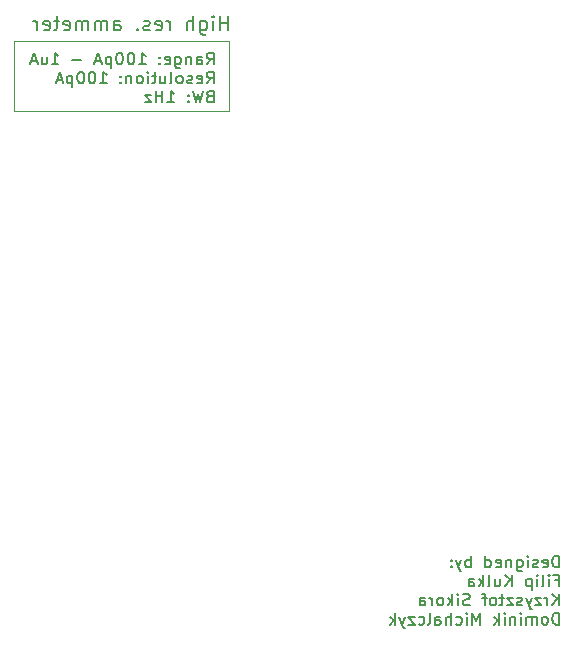
<source format=gbr>
%TF.GenerationSoftware,KiCad,Pcbnew,9.0.2*%
%TF.CreationDate,2025-11-12T20:00:32+01:00*%
%TF.ProjectId,precise_ammeter,70726563-6973-4655-9f61-6d6d65746572,rev?*%
%TF.SameCoordinates,Original*%
%TF.FileFunction,Legend,Bot*%
%TF.FilePolarity,Positive*%
%FSLAX46Y46*%
G04 Gerber Fmt 4.6, Leading zero omitted, Abs format (unit mm)*
G04 Created by KiCad (PCBNEW 9.0.2) date 2025-11-12 20:00:32*
%MOMM*%
%LPD*%
G01*
G04 APERTURE LIST*
%ADD10C,0.200000*%
%ADD11C,0.100000*%
G04 APERTURE END LIST*
D10*
X195982707Y-75142742D02*
X195982707Y-73942742D01*
X195982707Y-74514171D02*
X195296993Y-74514171D01*
X195296993Y-75142742D02*
X195296993Y-73942742D01*
X194725564Y-75142742D02*
X194725564Y-74342742D01*
X194725564Y-73942742D02*
X194782707Y-73999885D01*
X194782707Y-73999885D02*
X194725564Y-74057028D01*
X194725564Y-74057028D02*
X194668421Y-73999885D01*
X194668421Y-73999885D02*
X194725564Y-73942742D01*
X194725564Y-73942742D02*
X194725564Y-74057028D01*
X193639850Y-74342742D02*
X193639850Y-75314171D01*
X193639850Y-75314171D02*
X193696992Y-75428457D01*
X193696992Y-75428457D02*
X193754135Y-75485600D01*
X193754135Y-75485600D02*
X193868421Y-75542742D01*
X193868421Y-75542742D02*
X194039850Y-75542742D01*
X194039850Y-75542742D02*
X194154135Y-75485600D01*
X193639850Y-75085600D02*
X193754135Y-75142742D01*
X193754135Y-75142742D02*
X193982707Y-75142742D01*
X193982707Y-75142742D02*
X194096992Y-75085600D01*
X194096992Y-75085600D02*
X194154135Y-75028457D01*
X194154135Y-75028457D02*
X194211278Y-74914171D01*
X194211278Y-74914171D02*
X194211278Y-74571314D01*
X194211278Y-74571314D02*
X194154135Y-74457028D01*
X194154135Y-74457028D02*
X194096992Y-74399885D01*
X194096992Y-74399885D02*
X193982707Y-74342742D01*
X193982707Y-74342742D02*
X193754135Y-74342742D01*
X193754135Y-74342742D02*
X193639850Y-74399885D01*
X193068421Y-75142742D02*
X193068421Y-73942742D01*
X192554136Y-75142742D02*
X192554136Y-74514171D01*
X192554136Y-74514171D02*
X192611278Y-74399885D01*
X192611278Y-74399885D02*
X192725564Y-74342742D01*
X192725564Y-74342742D02*
X192896993Y-74342742D01*
X192896993Y-74342742D02*
X193011278Y-74399885D01*
X193011278Y-74399885D02*
X193068421Y-74457028D01*
X191068421Y-75142742D02*
X191068421Y-74342742D01*
X191068421Y-74571314D02*
X191011278Y-74457028D01*
X191011278Y-74457028D02*
X190954136Y-74399885D01*
X190954136Y-74399885D02*
X190839850Y-74342742D01*
X190839850Y-74342742D02*
X190725564Y-74342742D01*
X189868421Y-75085600D02*
X189982707Y-75142742D01*
X189982707Y-75142742D02*
X190211279Y-75142742D01*
X190211279Y-75142742D02*
X190325564Y-75085600D01*
X190325564Y-75085600D02*
X190382707Y-74971314D01*
X190382707Y-74971314D02*
X190382707Y-74514171D01*
X190382707Y-74514171D02*
X190325564Y-74399885D01*
X190325564Y-74399885D02*
X190211279Y-74342742D01*
X190211279Y-74342742D02*
X189982707Y-74342742D01*
X189982707Y-74342742D02*
X189868421Y-74399885D01*
X189868421Y-74399885D02*
X189811279Y-74514171D01*
X189811279Y-74514171D02*
X189811279Y-74628457D01*
X189811279Y-74628457D02*
X190382707Y-74742742D01*
X189354136Y-75085600D02*
X189239850Y-75142742D01*
X189239850Y-75142742D02*
X189011279Y-75142742D01*
X189011279Y-75142742D02*
X188896993Y-75085600D01*
X188896993Y-75085600D02*
X188839850Y-74971314D01*
X188839850Y-74971314D02*
X188839850Y-74914171D01*
X188839850Y-74914171D02*
X188896993Y-74799885D01*
X188896993Y-74799885D02*
X189011279Y-74742742D01*
X189011279Y-74742742D02*
X189182708Y-74742742D01*
X189182708Y-74742742D02*
X189296993Y-74685600D01*
X189296993Y-74685600D02*
X189354136Y-74571314D01*
X189354136Y-74571314D02*
X189354136Y-74514171D01*
X189354136Y-74514171D02*
X189296993Y-74399885D01*
X189296993Y-74399885D02*
X189182708Y-74342742D01*
X189182708Y-74342742D02*
X189011279Y-74342742D01*
X189011279Y-74342742D02*
X188896993Y-74399885D01*
X188325564Y-75028457D02*
X188268421Y-75085600D01*
X188268421Y-75085600D02*
X188325564Y-75142742D01*
X188325564Y-75142742D02*
X188382707Y-75085600D01*
X188382707Y-75085600D02*
X188325564Y-75028457D01*
X188325564Y-75028457D02*
X188325564Y-75142742D01*
X186325564Y-75142742D02*
X186325564Y-74514171D01*
X186325564Y-74514171D02*
X186382706Y-74399885D01*
X186382706Y-74399885D02*
X186496992Y-74342742D01*
X186496992Y-74342742D02*
X186725564Y-74342742D01*
X186725564Y-74342742D02*
X186839849Y-74399885D01*
X186325564Y-75085600D02*
X186439849Y-75142742D01*
X186439849Y-75142742D02*
X186725564Y-75142742D01*
X186725564Y-75142742D02*
X186839849Y-75085600D01*
X186839849Y-75085600D02*
X186896992Y-74971314D01*
X186896992Y-74971314D02*
X186896992Y-74857028D01*
X186896992Y-74857028D02*
X186839849Y-74742742D01*
X186839849Y-74742742D02*
X186725564Y-74685600D01*
X186725564Y-74685600D02*
X186439849Y-74685600D01*
X186439849Y-74685600D02*
X186325564Y-74628457D01*
X185754135Y-75142742D02*
X185754135Y-74342742D01*
X185754135Y-74457028D02*
X185696992Y-74399885D01*
X185696992Y-74399885D02*
X185582707Y-74342742D01*
X185582707Y-74342742D02*
X185411278Y-74342742D01*
X185411278Y-74342742D02*
X185296992Y-74399885D01*
X185296992Y-74399885D02*
X185239850Y-74514171D01*
X185239850Y-74514171D02*
X185239850Y-75142742D01*
X185239850Y-74514171D02*
X185182707Y-74399885D01*
X185182707Y-74399885D02*
X185068421Y-74342742D01*
X185068421Y-74342742D02*
X184896992Y-74342742D01*
X184896992Y-74342742D02*
X184782707Y-74399885D01*
X184782707Y-74399885D02*
X184725564Y-74514171D01*
X184725564Y-74514171D02*
X184725564Y-75142742D01*
X184154135Y-75142742D02*
X184154135Y-74342742D01*
X184154135Y-74457028D02*
X184096992Y-74399885D01*
X184096992Y-74399885D02*
X183982707Y-74342742D01*
X183982707Y-74342742D02*
X183811278Y-74342742D01*
X183811278Y-74342742D02*
X183696992Y-74399885D01*
X183696992Y-74399885D02*
X183639850Y-74514171D01*
X183639850Y-74514171D02*
X183639850Y-75142742D01*
X183639850Y-74514171D02*
X183582707Y-74399885D01*
X183582707Y-74399885D02*
X183468421Y-74342742D01*
X183468421Y-74342742D02*
X183296992Y-74342742D01*
X183296992Y-74342742D02*
X183182707Y-74399885D01*
X183182707Y-74399885D02*
X183125564Y-74514171D01*
X183125564Y-74514171D02*
X183125564Y-75142742D01*
X182096992Y-75085600D02*
X182211278Y-75142742D01*
X182211278Y-75142742D02*
X182439850Y-75142742D01*
X182439850Y-75142742D02*
X182554135Y-75085600D01*
X182554135Y-75085600D02*
X182611278Y-74971314D01*
X182611278Y-74971314D02*
X182611278Y-74514171D01*
X182611278Y-74514171D02*
X182554135Y-74399885D01*
X182554135Y-74399885D02*
X182439850Y-74342742D01*
X182439850Y-74342742D02*
X182211278Y-74342742D01*
X182211278Y-74342742D02*
X182096992Y-74399885D01*
X182096992Y-74399885D02*
X182039850Y-74514171D01*
X182039850Y-74514171D02*
X182039850Y-74628457D01*
X182039850Y-74628457D02*
X182611278Y-74742742D01*
X181696993Y-74342742D02*
X181239850Y-74342742D01*
X181525564Y-73942742D02*
X181525564Y-74971314D01*
X181525564Y-74971314D02*
X181468421Y-75085600D01*
X181468421Y-75085600D02*
X181354136Y-75142742D01*
X181354136Y-75142742D02*
X181239850Y-75142742D01*
X180382707Y-75085600D02*
X180496993Y-75142742D01*
X180496993Y-75142742D02*
X180725565Y-75142742D01*
X180725565Y-75142742D02*
X180839850Y-75085600D01*
X180839850Y-75085600D02*
X180896993Y-74971314D01*
X180896993Y-74971314D02*
X180896993Y-74514171D01*
X180896993Y-74514171D02*
X180839850Y-74399885D01*
X180839850Y-74399885D02*
X180725565Y-74342742D01*
X180725565Y-74342742D02*
X180496993Y-74342742D01*
X180496993Y-74342742D02*
X180382707Y-74399885D01*
X180382707Y-74399885D02*
X180325565Y-74514171D01*
X180325565Y-74514171D02*
X180325565Y-74628457D01*
X180325565Y-74628457D02*
X180896993Y-74742742D01*
X179811279Y-75142742D02*
X179811279Y-74342742D01*
X179811279Y-74571314D02*
X179754136Y-74457028D01*
X179754136Y-74457028D02*
X179696994Y-74399885D01*
X179696994Y-74399885D02*
X179582708Y-74342742D01*
X179582708Y-74342742D02*
X179468422Y-74342742D01*
X224030326Y-120627443D02*
X224030326Y-119627443D01*
X224030326Y-119627443D02*
X223792231Y-119627443D01*
X223792231Y-119627443D02*
X223649374Y-119675062D01*
X223649374Y-119675062D02*
X223554136Y-119770300D01*
X223554136Y-119770300D02*
X223506517Y-119865538D01*
X223506517Y-119865538D02*
X223458898Y-120056014D01*
X223458898Y-120056014D02*
X223458898Y-120198871D01*
X223458898Y-120198871D02*
X223506517Y-120389347D01*
X223506517Y-120389347D02*
X223554136Y-120484585D01*
X223554136Y-120484585D02*
X223649374Y-120579824D01*
X223649374Y-120579824D02*
X223792231Y-120627443D01*
X223792231Y-120627443D02*
X224030326Y-120627443D01*
X222649374Y-120579824D02*
X222744612Y-120627443D01*
X222744612Y-120627443D02*
X222935088Y-120627443D01*
X222935088Y-120627443D02*
X223030326Y-120579824D01*
X223030326Y-120579824D02*
X223077945Y-120484585D01*
X223077945Y-120484585D02*
X223077945Y-120103633D01*
X223077945Y-120103633D02*
X223030326Y-120008395D01*
X223030326Y-120008395D02*
X222935088Y-119960776D01*
X222935088Y-119960776D02*
X222744612Y-119960776D01*
X222744612Y-119960776D02*
X222649374Y-120008395D01*
X222649374Y-120008395D02*
X222601755Y-120103633D01*
X222601755Y-120103633D02*
X222601755Y-120198871D01*
X222601755Y-120198871D02*
X223077945Y-120294109D01*
X222220802Y-120579824D02*
X222125564Y-120627443D01*
X222125564Y-120627443D02*
X221935088Y-120627443D01*
X221935088Y-120627443D02*
X221839850Y-120579824D01*
X221839850Y-120579824D02*
X221792231Y-120484585D01*
X221792231Y-120484585D02*
X221792231Y-120436966D01*
X221792231Y-120436966D02*
X221839850Y-120341728D01*
X221839850Y-120341728D02*
X221935088Y-120294109D01*
X221935088Y-120294109D02*
X222077945Y-120294109D01*
X222077945Y-120294109D02*
X222173183Y-120246490D01*
X222173183Y-120246490D02*
X222220802Y-120151252D01*
X222220802Y-120151252D02*
X222220802Y-120103633D01*
X222220802Y-120103633D02*
X222173183Y-120008395D01*
X222173183Y-120008395D02*
X222077945Y-119960776D01*
X222077945Y-119960776D02*
X221935088Y-119960776D01*
X221935088Y-119960776D02*
X221839850Y-120008395D01*
X221363659Y-120627443D02*
X221363659Y-119960776D01*
X221363659Y-119627443D02*
X221411278Y-119675062D01*
X221411278Y-119675062D02*
X221363659Y-119722681D01*
X221363659Y-119722681D02*
X221316040Y-119675062D01*
X221316040Y-119675062D02*
X221363659Y-119627443D01*
X221363659Y-119627443D02*
X221363659Y-119722681D01*
X220458898Y-119960776D02*
X220458898Y-120770300D01*
X220458898Y-120770300D02*
X220506517Y-120865538D01*
X220506517Y-120865538D02*
X220554136Y-120913157D01*
X220554136Y-120913157D02*
X220649374Y-120960776D01*
X220649374Y-120960776D02*
X220792231Y-120960776D01*
X220792231Y-120960776D02*
X220887469Y-120913157D01*
X220458898Y-120579824D02*
X220554136Y-120627443D01*
X220554136Y-120627443D02*
X220744612Y-120627443D01*
X220744612Y-120627443D02*
X220839850Y-120579824D01*
X220839850Y-120579824D02*
X220887469Y-120532204D01*
X220887469Y-120532204D02*
X220935088Y-120436966D01*
X220935088Y-120436966D02*
X220935088Y-120151252D01*
X220935088Y-120151252D02*
X220887469Y-120056014D01*
X220887469Y-120056014D02*
X220839850Y-120008395D01*
X220839850Y-120008395D02*
X220744612Y-119960776D01*
X220744612Y-119960776D02*
X220554136Y-119960776D01*
X220554136Y-119960776D02*
X220458898Y-120008395D01*
X219982707Y-119960776D02*
X219982707Y-120627443D01*
X219982707Y-120056014D02*
X219935088Y-120008395D01*
X219935088Y-120008395D02*
X219839850Y-119960776D01*
X219839850Y-119960776D02*
X219696993Y-119960776D01*
X219696993Y-119960776D02*
X219601755Y-120008395D01*
X219601755Y-120008395D02*
X219554136Y-120103633D01*
X219554136Y-120103633D02*
X219554136Y-120627443D01*
X218696993Y-120579824D02*
X218792231Y-120627443D01*
X218792231Y-120627443D02*
X218982707Y-120627443D01*
X218982707Y-120627443D02*
X219077945Y-120579824D01*
X219077945Y-120579824D02*
X219125564Y-120484585D01*
X219125564Y-120484585D02*
X219125564Y-120103633D01*
X219125564Y-120103633D02*
X219077945Y-120008395D01*
X219077945Y-120008395D02*
X218982707Y-119960776D01*
X218982707Y-119960776D02*
X218792231Y-119960776D01*
X218792231Y-119960776D02*
X218696993Y-120008395D01*
X218696993Y-120008395D02*
X218649374Y-120103633D01*
X218649374Y-120103633D02*
X218649374Y-120198871D01*
X218649374Y-120198871D02*
X219125564Y-120294109D01*
X217792231Y-120627443D02*
X217792231Y-119627443D01*
X217792231Y-120579824D02*
X217887469Y-120627443D01*
X217887469Y-120627443D02*
X218077945Y-120627443D01*
X218077945Y-120627443D02*
X218173183Y-120579824D01*
X218173183Y-120579824D02*
X218220802Y-120532204D01*
X218220802Y-120532204D02*
X218268421Y-120436966D01*
X218268421Y-120436966D02*
X218268421Y-120151252D01*
X218268421Y-120151252D02*
X218220802Y-120056014D01*
X218220802Y-120056014D02*
X218173183Y-120008395D01*
X218173183Y-120008395D02*
X218077945Y-119960776D01*
X218077945Y-119960776D02*
X217887469Y-119960776D01*
X217887469Y-119960776D02*
X217792231Y-120008395D01*
X216554135Y-120627443D02*
X216554135Y-119627443D01*
X216554135Y-120008395D02*
X216458897Y-119960776D01*
X216458897Y-119960776D02*
X216268421Y-119960776D01*
X216268421Y-119960776D02*
X216173183Y-120008395D01*
X216173183Y-120008395D02*
X216125564Y-120056014D01*
X216125564Y-120056014D02*
X216077945Y-120151252D01*
X216077945Y-120151252D02*
X216077945Y-120436966D01*
X216077945Y-120436966D02*
X216125564Y-120532204D01*
X216125564Y-120532204D02*
X216173183Y-120579824D01*
X216173183Y-120579824D02*
X216268421Y-120627443D01*
X216268421Y-120627443D02*
X216458897Y-120627443D01*
X216458897Y-120627443D02*
X216554135Y-120579824D01*
X215744611Y-119960776D02*
X215506516Y-120627443D01*
X215268421Y-119960776D02*
X215506516Y-120627443D01*
X215506516Y-120627443D02*
X215601754Y-120865538D01*
X215601754Y-120865538D02*
X215649373Y-120913157D01*
X215649373Y-120913157D02*
X215744611Y-120960776D01*
X214887468Y-120532204D02*
X214839849Y-120579824D01*
X214839849Y-120579824D02*
X214887468Y-120627443D01*
X214887468Y-120627443D02*
X214935087Y-120579824D01*
X214935087Y-120579824D02*
X214887468Y-120532204D01*
X214887468Y-120532204D02*
X214887468Y-120627443D01*
X214887468Y-120008395D02*
X214839849Y-120056014D01*
X214839849Y-120056014D02*
X214887468Y-120103633D01*
X214887468Y-120103633D02*
X214935087Y-120056014D01*
X214935087Y-120056014D02*
X214887468Y-120008395D01*
X214887468Y-120008395D02*
X214887468Y-120103633D01*
X223696993Y-121713577D02*
X224030326Y-121713577D01*
X224030326Y-122237387D02*
X224030326Y-121237387D01*
X224030326Y-121237387D02*
X223554136Y-121237387D01*
X223173183Y-122237387D02*
X223173183Y-121570720D01*
X223173183Y-121237387D02*
X223220802Y-121285006D01*
X223220802Y-121285006D02*
X223173183Y-121332625D01*
X223173183Y-121332625D02*
X223125564Y-121285006D01*
X223125564Y-121285006D02*
X223173183Y-121237387D01*
X223173183Y-121237387D02*
X223173183Y-121332625D01*
X222554136Y-122237387D02*
X222649374Y-122189768D01*
X222649374Y-122189768D02*
X222696993Y-122094529D01*
X222696993Y-122094529D02*
X222696993Y-121237387D01*
X222173183Y-122237387D02*
X222173183Y-121570720D01*
X222173183Y-121237387D02*
X222220802Y-121285006D01*
X222220802Y-121285006D02*
X222173183Y-121332625D01*
X222173183Y-121332625D02*
X222125564Y-121285006D01*
X222125564Y-121285006D02*
X222173183Y-121237387D01*
X222173183Y-121237387D02*
X222173183Y-121332625D01*
X221696993Y-121570720D02*
X221696993Y-122570720D01*
X221696993Y-121618339D02*
X221601755Y-121570720D01*
X221601755Y-121570720D02*
X221411279Y-121570720D01*
X221411279Y-121570720D02*
X221316041Y-121618339D01*
X221316041Y-121618339D02*
X221268422Y-121665958D01*
X221268422Y-121665958D02*
X221220803Y-121761196D01*
X221220803Y-121761196D02*
X221220803Y-122046910D01*
X221220803Y-122046910D02*
X221268422Y-122142148D01*
X221268422Y-122142148D02*
X221316041Y-122189768D01*
X221316041Y-122189768D02*
X221411279Y-122237387D01*
X221411279Y-122237387D02*
X221601755Y-122237387D01*
X221601755Y-122237387D02*
X221696993Y-122189768D01*
X220030326Y-122237387D02*
X220030326Y-121237387D01*
X219458898Y-122237387D02*
X219887469Y-121665958D01*
X219458898Y-121237387D02*
X220030326Y-121808815D01*
X218601755Y-121570720D02*
X218601755Y-122237387D01*
X219030326Y-121570720D02*
X219030326Y-122094529D01*
X219030326Y-122094529D02*
X218982707Y-122189768D01*
X218982707Y-122189768D02*
X218887469Y-122237387D01*
X218887469Y-122237387D02*
X218744612Y-122237387D01*
X218744612Y-122237387D02*
X218649374Y-122189768D01*
X218649374Y-122189768D02*
X218601755Y-122142148D01*
X217982707Y-122237387D02*
X218077945Y-122189768D01*
X218077945Y-122189768D02*
X218125564Y-122094529D01*
X218125564Y-122094529D02*
X218125564Y-121237387D01*
X217601754Y-122237387D02*
X217601754Y-121237387D01*
X217506516Y-121856434D02*
X217220802Y-122237387D01*
X217220802Y-121570720D02*
X217601754Y-121951672D01*
X216363659Y-122237387D02*
X216363659Y-121713577D01*
X216363659Y-121713577D02*
X216411278Y-121618339D01*
X216411278Y-121618339D02*
X216506516Y-121570720D01*
X216506516Y-121570720D02*
X216696992Y-121570720D01*
X216696992Y-121570720D02*
X216792230Y-121618339D01*
X216363659Y-122189768D02*
X216458897Y-122237387D01*
X216458897Y-122237387D02*
X216696992Y-122237387D01*
X216696992Y-122237387D02*
X216792230Y-122189768D01*
X216792230Y-122189768D02*
X216839849Y-122094529D01*
X216839849Y-122094529D02*
X216839849Y-121999291D01*
X216839849Y-121999291D02*
X216792230Y-121904053D01*
X216792230Y-121904053D02*
X216696992Y-121856434D01*
X216696992Y-121856434D02*
X216458897Y-121856434D01*
X216458897Y-121856434D02*
X216363659Y-121808815D01*
X224030326Y-123847331D02*
X224030326Y-122847331D01*
X223458898Y-123847331D02*
X223887469Y-123275902D01*
X223458898Y-122847331D02*
X224030326Y-123418759D01*
X223030326Y-123847331D02*
X223030326Y-123180664D01*
X223030326Y-123371140D02*
X222982707Y-123275902D01*
X222982707Y-123275902D02*
X222935088Y-123228283D01*
X222935088Y-123228283D02*
X222839850Y-123180664D01*
X222839850Y-123180664D02*
X222744612Y-123180664D01*
X222506516Y-123180664D02*
X221982707Y-123180664D01*
X221982707Y-123180664D02*
X222506516Y-123847331D01*
X222506516Y-123847331D02*
X221982707Y-123847331D01*
X221696992Y-123180664D02*
X221458897Y-123847331D01*
X221220802Y-123180664D02*
X221458897Y-123847331D01*
X221458897Y-123847331D02*
X221554135Y-124085426D01*
X221554135Y-124085426D02*
X221601754Y-124133045D01*
X221601754Y-124133045D02*
X221696992Y-124180664D01*
X220887468Y-123799712D02*
X220792230Y-123847331D01*
X220792230Y-123847331D02*
X220601754Y-123847331D01*
X220601754Y-123847331D02*
X220506516Y-123799712D01*
X220506516Y-123799712D02*
X220458897Y-123704473D01*
X220458897Y-123704473D02*
X220458897Y-123656854D01*
X220458897Y-123656854D02*
X220506516Y-123561616D01*
X220506516Y-123561616D02*
X220601754Y-123513997D01*
X220601754Y-123513997D02*
X220744611Y-123513997D01*
X220744611Y-123513997D02*
X220839849Y-123466378D01*
X220839849Y-123466378D02*
X220887468Y-123371140D01*
X220887468Y-123371140D02*
X220887468Y-123323521D01*
X220887468Y-123323521D02*
X220839849Y-123228283D01*
X220839849Y-123228283D02*
X220744611Y-123180664D01*
X220744611Y-123180664D02*
X220601754Y-123180664D01*
X220601754Y-123180664D02*
X220506516Y-123228283D01*
X220125563Y-123180664D02*
X219601754Y-123180664D01*
X219601754Y-123180664D02*
X220125563Y-123847331D01*
X220125563Y-123847331D02*
X219601754Y-123847331D01*
X219363658Y-123180664D02*
X218982706Y-123180664D01*
X219220801Y-122847331D02*
X219220801Y-123704473D01*
X219220801Y-123704473D02*
X219173182Y-123799712D01*
X219173182Y-123799712D02*
X219077944Y-123847331D01*
X219077944Y-123847331D02*
X218982706Y-123847331D01*
X218506515Y-123847331D02*
X218601753Y-123799712D01*
X218601753Y-123799712D02*
X218649372Y-123752092D01*
X218649372Y-123752092D02*
X218696991Y-123656854D01*
X218696991Y-123656854D02*
X218696991Y-123371140D01*
X218696991Y-123371140D02*
X218649372Y-123275902D01*
X218649372Y-123275902D02*
X218601753Y-123228283D01*
X218601753Y-123228283D02*
X218506515Y-123180664D01*
X218506515Y-123180664D02*
X218363658Y-123180664D01*
X218363658Y-123180664D02*
X218268420Y-123228283D01*
X218268420Y-123228283D02*
X218220801Y-123275902D01*
X218220801Y-123275902D02*
X218173182Y-123371140D01*
X218173182Y-123371140D02*
X218173182Y-123656854D01*
X218173182Y-123656854D02*
X218220801Y-123752092D01*
X218220801Y-123752092D02*
X218268420Y-123799712D01*
X218268420Y-123799712D02*
X218363658Y-123847331D01*
X218363658Y-123847331D02*
X218506515Y-123847331D01*
X217887467Y-123180664D02*
X217506515Y-123180664D01*
X217744610Y-123847331D02*
X217744610Y-122990188D01*
X217744610Y-122990188D02*
X217696991Y-122894950D01*
X217696991Y-122894950D02*
X217601753Y-122847331D01*
X217601753Y-122847331D02*
X217506515Y-122847331D01*
X216458895Y-123799712D02*
X216316038Y-123847331D01*
X216316038Y-123847331D02*
X216077943Y-123847331D01*
X216077943Y-123847331D02*
X215982705Y-123799712D01*
X215982705Y-123799712D02*
X215935086Y-123752092D01*
X215935086Y-123752092D02*
X215887467Y-123656854D01*
X215887467Y-123656854D02*
X215887467Y-123561616D01*
X215887467Y-123561616D02*
X215935086Y-123466378D01*
X215935086Y-123466378D02*
X215982705Y-123418759D01*
X215982705Y-123418759D02*
X216077943Y-123371140D01*
X216077943Y-123371140D02*
X216268419Y-123323521D01*
X216268419Y-123323521D02*
X216363657Y-123275902D01*
X216363657Y-123275902D02*
X216411276Y-123228283D01*
X216411276Y-123228283D02*
X216458895Y-123133045D01*
X216458895Y-123133045D02*
X216458895Y-123037807D01*
X216458895Y-123037807D02*
X216411276Y-122942569D01*
X216411276Y-122942569D02*
X216363657Y-122894950D01*
X216363657Y-122894950D02*
X216268419Y-122847331D01*
X216268419Y-122847331D02*
X216030324Y-122847331D01*
X216030324Y-122847331D02*
X215887467Y-122894950D01*
X215458895Y-123847331D02*
X215458895Y-123180664D01*
X215458895Y-122847331D02*
X215506514Y-122894950D01*
X215506514Y-122894950D02*
X215458895Y-122942569D01*
X215458895Y-122942569D02*
X215411276Y-122894950D01*
X215411276Y-122894950D02*
X215458895Y-122847331D01*
X215458895Y-122847331D02*
X215458895Y-122942569D01*
X214982705Y-123847331D02*
X214982705Y-122847331D01*
X214887467Y-123466378D02*
X214601753Y-123847331D01*
X214601753Y-123180664D02*
X214982705Y-123561616D01*
X214030324Y-123847331D02*
X214125562Y-123799712D01*
X214125562Y-123799712D02*
X214173181Y-123752092D01*
X214173181Y-123752092D02*
X214220800Y-123656854D01*
X214220800Y-123656854D02*
X214220800Y-123371140D01*
X214220800Y-123371140D02*
X214173181Y-123275902D01*
X214173181Y-123275902D02*
X214125562Y-123228283D01*
X214125562Y-123228283D02*
X214030324Y-123180664D01*
X214030324Y-123180664D02*
X213887467Y-123180664D01*
X213887467Y-123180664D02*
X213792229Y-123228283D01*
X213792229Y-123228283D02*
X213744610Y-123275902D01*
X213744610Y-123275902D02*
X213696991Y-123371140D01*
X213696991Y-123371140D02*
X213696991Y-123656854D01*
X213696991Y-123656854D02*
X213744610Y-123752092D01*
X213744610Y-123752092D02*
X213792229Y-123799712D01*
X213792229Y-123799712D02*
X213887467Y-123847331D01*
X213887467Y-123847331D02*
X214030324Y-123847331D01*
X213268419Y-123847331D02*
X213268419Y-123180664D01*
X213268419Y-123371140D02*
X213220800Y-123275902D01*
X213220800Y-123275902D02*
X213173181Y-123228283D01*
X213173181Y-123228283D02*
X213077943Y-123180664D01*
X213077943Y-123180664D02*
X212982705Y-123180664D01*
X212220800Y-123847331D02*
X212220800Y-123323521D01*
X212220800Y-123323521D02*
X212268419Y-123228283D01*
X212268419Y-123228283D02*
X212363657Y-123180664D01*
X212363657Y-123180664D02*
X212554133Y-123180664D01*
X212554133Y-123180664D02*
X212649371Y-123228283D01*
X212220800Y-123799712D02*
X212316038Y-123847331D01*
X212316038Y-123847331D02*
X212554133Y-123847331D01*
X212554133Y-123847331D02*
X212649371Y-123799712D01*
X212649371Y-123799712D02*
X212696990Y-123704473D01*
X212696990Y-123704473D02*
X212696990Y-123609235D01*
X212696990Y-123609235D02*
X212649371Y-123513997D01*
X212649371Y-123513997D02*
X212554133Y-123466378D01*
X212554133Y-123466378D02*
X212316038Y-123466378D01*
X212316038Y-123466378D02*
X212220800Y-123418759D01*
X224030326Y-125457275D02*
X224030326Y-124457275D01*
X224030326Y-124457275D02*
X223792231Y-124457275D01*
X223792231Y-124457275D02*
X223649374Y-124504894D01*
X223649374Y-124504894D02*
X223554136Y-124600132D01*
X223554136Y-124600132D02*
X223506517Y-124695370D01*
X223506517Y-124695370D02*
X223458898Y-124885846D01*
X223458898Y-124885846D02*
X223458898Y-125028703D01*
X223458898Y-125028703D02*
X223506517Y-125219179D01*
X223506517Y-125219179D02*
X223554136Y-125314417D01*
X223554136Y-125314417D02*
X223649374Y-125409656D01*
X223649374Y-125409656D02*
X223792231Y-125457275D01*
X223792231Y-125457275D02*
X224030326Y-125457275D01*
X222887469Y-125457275D02*
X222982707Y-125409656D01*
X222982707Y-125409656D02*
X223030326Y-125362036D01*
X223030326Y-125362036D02*
X223077945Y-125266798D01*
X223077945Y-125266798D02*
X223077945Y-124981084D01*
X223077945Y-124981084D02*
X223030326Y-124885846D01*
X223030326Y-124885846D02*
X222982707Y-124838227D01*
X222982707Y-124838227D02*
X222887469Y-124790608D01*
X222887469Y-124790608D02*
X222744612Y-124790608D01*
X222744612Y-124790608D02*
X222649374Y-124838227D01*
X222649374Y-124838227D02*
X222601755Y-124885846D01*
X222601755Y-124885846D02*
X222554136Y-124981084D01*
X222554136Y-124981084D02*
X222554136Y-125266798D01*
X222554136Y-125266798D02*
X222601755Y-125362036D01*
X222601755Y-125362036D02*
X222649374Y-125409656D01*
X222649374Y-125409656D02*
X222744612Y-125457275D01*
X222744612Y-125457275D02*
X222887469Y-125457275D01*
X222125564Y-125457275D02*
X222125564Y-124790608D01*
X222125564Y-124885846D02*
X222077945Y-124838227D01*
X222077945Y-124838227D02*
X221982707Y-124790608D01*
X221982707Y-124790608D02*
X221839850Y-124790608D01*
X221839850Y-124790608D02*
X221744612Y-124838227D01*
X221744612Y-124838227D02*
X221696993Y-124933465D01*
X221696993Y-124933465D02*
X221696993Y-125457275D01*
X221696993Y-124933465D02*
X221649374Y-124838227D01*
X221649374Y-124838227D02*
X221554136Y-124790608D01*
X221554136Y-124790608D02*
X221411279Y-124790608D01*
X221411279Y-124790608D02*
X221316040Y-124838227D01*
X221316040Y-124838227D02*
X221268421Y-124933465D01*
X221268421Y-124933465D02*
X221268421Y-125457275D01*
X220792231Y-125457275D02*
X220792231Y-124790608D01*
X220792231Y-124457275D02*
X220839850Y-124504894D01*
X220839850Y-124504894D02*
X220792231Y-124552513D01*
X220792231Y-124552513D02*
X220744612Y-124504894D01*
X220744612Y-124504894D02*
X220792231Y-124457275D01*
X220792231Y-124457275D02*
X220792231Y-124552513D01*
X220316041Y-124790608D02*
X220316041Y-125457275D01*
X220316041Y-124885846D02*
X220268422Y-124838227D01*
X220268422Y-124838227D02*
X220173184Y-124790608D01*
X220173184Y-124790608D02*
X220030327Y-124790608D01*
X220030327Y-124790608D02*
X219935089Y-124838227D01*
X219935089Y-124838227D02*
X219887470Y-124933465D01*
X219887470Y-124933465D02*
X219887470Y-125457275D01*
X219411279Y-125457275D02*
X219411279Y-124790608D01*
X219411279Y-124457275D02*
X219458898Y-124504894D01*
X219458898Y-124504894D02*
X219411279Y-124552513D01*
X219411279Y-124552513D02*
X219363660Y-124504894D01*
X219363660Y-124504894D02*
X219411279Y-124457275D01*
X219411279Y-124457275D02*
X219411279Y-124552513D01*
X218935089Y-125457275D02*
X218935089Y-124457275D01*
X218839851Y-125076322D02*
X218554137Y-125457275D01*
X218554137Y-124790608D02*
X218935089Y-125171560D01*
X217363660Y-125457275D02*
X217363660Y-124457275D01*
X217363660Y-124457275D02*
X217030327Y-125171560D01*
X217030327Y-125171560D02*
X216696994Y-124457275D01*
X216696994Y-124457275D02*
X216696994Y-125457275D01*
X216220803Y-125457275D02*
X216220803Y-124790608D01*
X216220803Y-124457275D02*
X216268422Y-124504894D01*
X216268422Y-124504894D02*
X216220803Y-124552513D01*
X216220803Y-124552513D02*
X216173184Y-124504894D01*
X216173184Y-124504894D02*
X216220803Y-124457275D01*
X216220803Y-124457275D02*
X216220803Y-124552513D01*
X215316042Y-125409656D02*
X215411280Y-125457275D01*
X215411280Y-125457275D02*
X215601756Y-125457275D01*
X215601756Y-125457275D02*
X215696994Y-125409656D01*
X215696994Y-125409656D02*
X215744613Y-125362036D01*
X215744613Y-125362036D02*
X215792232Y-125266798D01*
X215792232Y-125266798D02*
X215792232Y-124981084D01*
X215792232Y-124981084D02*
X215744613Y-124885846D01*
X215744613Y-124885846D02*
X215696994Y-124838227D01*
X215696994Y-124838227D02*
X215601756Y-124790608D01*
X215601756Y-124790608D02*
X215411280Y-124790608D01*
X215411280Y-124790608D02*
X215316042Y-124838227D01*
X214887470Y-125457275D02*
X214887470Y-124457275D01*
X214458899Y-125457275D02*
X214458899Y-124933465D01*
X214458899Y-124933465D02*
X214506518Y-124838227D01*
X214506518Y-124838227D02*
X214601756Y-124790608D01*
X214601756Y-124790608D02*
X214744613Y-124790608D01*
X214744613Y-124790608D02*
X214839851Y-124838227D01*
X214839851Y-124838227D02*
X214887470Y-124885846D01*
X213554137Y-125457275D02*
X213554137Y-124933465D01*
X213554137Y-124933465D02*
X213601756Y-124838227D01*
X213601756Y-124838227D02*
X213696994Y-124790608D01*
X213696994Y-124790608D02*
X213887470Y-124790608D01*
X213887470Y-124790608D02*
X213982708Y-124838227D01*
X213554137Y-125409656D02*
X213649375Y-125457275D01*
X213649375Y-125457275D02*
X213887470Y-125457275D01*
X213887470Y-125457275D02*
X213982708Y-125409656D01*
X213982708Y-125409656D02*
X214030327Y-125314417D01*
X214030327Y-125314417D02*
X214030327Y-125219179D01*
X214030327Y-125219179D02*
X213982708Y-125123941D01*
X213982708Y-125123941D02*
X213887470Y-125076322D01*
X213887470Y-125076322D02*
X213649375Y-125076322D01*
X213649375Y-125076322D02*
X213554137Y-125028703D01*
X212935089Y-125457275D02*
X213030327Y-125409656D01*
X213030327Y-125409656D02*
X213077946Y-125314417D01*
X213077946Y-125314417D02*
X213077946Y-124457275D01*
X212125565Y-125409656D02*
X212220803Y-125457275D01*
X212220803Y-125457275D02*
X212411279Y-125457275D01*
X212411279Y-125457275D02*
X212506517Y-125409656D01*
X212506517Y-125409656D02*
X212554136Y-125362036D01*
X212554136Y-125362036D02*
X212601755Y-125266798D01*
X212601755Y-125266798D02*
X212601755Y-124981084D01*
X212601755Y-124981084D02*
X212554136Y-124885846D01*
X212554136Y-124885846D02*
X212506517Y-124838227D01*
X212506517Y-124838227D02*
X212411279Y-124790608D01*
X212411279Y-124790608D02*
X212220803Y-124790608D01*
X212220803Y-124790608D02*
X212125565Y-124838227D01*
X211792231Y-124790608D02*
X211268422Y-124790608D01*
X211268422Y-124790608D02*
X211792231Y-125457275D01*
X211792231Y-125457275D02*
X211268422Y-125457275D01*
X210982707Y-124790608D02*
X210744612Y-125457275D01*
X210506517Y-124790608D02*
X210744612Y-125457275D01*
X210744612Y-125457275D02*
X210839850Y-125695370D01*
X210839850Y-125695370D02*
X210887469Y-125742989D01*
X210887469Y-125742989D02*
X210982707Y-125790608D01*
X210125564Y-125457275D02*
X210125564Y-124457275D01*
X210030326Y-125076322D02*
X209744612Y-125457275D01*
X209744612Y-124790608D02*
X210125564Y-125171560D01*
X194206398Y-78039719D02*
X194539731Y-77563528D01*
X194777826Y-78039719D02*
X194777826Y-77039719D01*
X194777826Y-77039719D02*
X194396874Y-77039719D01*
X194396874Y-77039719D02*
X194301636Y-77087338D01*
X194301636Y-77087338D02*
X194254017Y-77134957D01*
X194254017Y-77134957D02*
X194206398Y-77230195D01*
X194206398Y-77230195D02*
X194206398Y-77373052D01*
X194206398Y-77373052D02*
X194254017Y-77468290D01*
X194254017Y-77468290D02*
X194301636Y-77515909D01*
X194301636Y-77515909D02*
X194396874Y-77563528D01*
X194396874Y-77563528D02*
X194777826Y-77563528D01*
X193349255Y-78039719D02*
X193349255Y-77515909D01*
X193349255Y-77515909D02*
X193396874Y-77420671D01*
X193396874Y-77420671D02*
X193492112Y-77373052D01*
X193492112Y-77373052D02*
X193682588Y-77373052D01*
X193682588Y-77373052D02*
X193777826Y-77420671D01*
X193349255Y-77992100D02*
X193444493Y-78039719D01*
X193444493Y-78039719D02*
X193682588Y-78039719D01*
X193682588Y-78039719D02*
X193777826Y-77992100D01*
X193777826Y-77992100D02*
X193825445Y-77896861D01*
X193825445Y-77896861D02*
X193825445Y-77801623D01*
X193825445Y-77801623D02*
X193777826Y-77706385D01*
X193777826Y-77706385D02*
X193682588Y-77658766D01*
X193682588Y-77658766D02*
X193444493Y-77658766D01*
X193444493Y-77658766D02*
X193349255Y-77611147D01*
X192873064Y-77373052D02*
X192873064Y-78039719D01*
X192873064Y-77468290D02*
X192825445Y-77420671D01*
X192825445Y-77420671D02*
X192730207Y-77373052D01*
X192730207Y-77373052D02*
X192587350Y-77373052D01*
X192587350Y-77373052D02*
X192492112Y-77420671D01*
X192492112Y-77420671D02*
X192444493Y-77515909D01*
X192444493Y-77515909D02*
X192444493Y-78039719D01*
X191539731Y-77373052D02*
X191539731Y-78182576D01*
X191539731Y-78182576D02*
X191587350Y-78277814D01*
X191587350Y-78277814D02*
X191634969Y-78325433D01*
X191634969Y-78325433D02*
X191730207Y-78373052D01*
X191730207Y-78373052D02*
X191873064Y-78373052D01*
X191873064Y-78373052D02*
X191968302Y-78325433D01*
X191539731Y-77992100D02*
X191634969Y-78039719D01*
X191634969Y-78039719D02*
X191825445Y-78039719D01*
X191825445Y-78039719D02*
X191920683Y-77992100D01*
X191920683Y-77992100D02*
X191968302Y-77944480D01*
X191968302Y-77944480D02*
X192015921Y-77849242D01*
X192015921Y-77849242D02*
X192015921Y-77563528D01*
X192015921Y-77563528D02*
X191968302Y-77468290D01*
X191968302Y-77468290D02*
X191920683Y-77420671D01*
X191920683Y-77420671D02*
X191825445Y-77373052D01*
X191825445Y-77373052D02*
X191634969Y-77373052D01*
X191634969Y-77373052D02*
X191539731Y-77420671D01*
X190682588Y-77992100D02*
X190777826Y-78039719D01*
X190777826Y-78039719D02*
X190968302Y-78039719D01*
X190968302Y-78039719D02*
X191063540Y-77992100D01*
X191063540Y-77992100D02*
X191111159Y-77896861D01*
X191111159Y-77896861D02*
X191111159Y-77515909D01*
X191111159Y-77515909D02*
X191063540Y-77420671D01*
X191063540Y-77420671D02*
X190968302Y-77373052D01*
X190968302Y-77373052D02*
X190777826Y-77373052D01*
X190777826Y-77373052D02*
X190682588Y-77420671D01*
X190682588Y-77420671D02*
X190634969Y-77515909D01*
X190634969Y-77515909D02*
X190634969Y-77611147D01*
X190634969Y-77611147D02*
X191111159Y-77706385D01*
X190206397Y-77944480D02*
X190158778Y-77992100D01*
X190158778Y-77992100D02*
X190206397Y-78039719D01*
X190206397Y-78039719D02*
X190254016Y-77992100D01*
X190254016Y-77992100D02*
X190206397Y-77944480D01*
X190206397Y-77944480D02*
X190206397Y-78039719D01*
X190206397Y-77420671D02*
X190158778Y-77468290D01*
X190158778Y-77468290D02*
X190206397Y-77515909D01*
X190206397Y-77515909D02*
X190254016Y-77468290D01*
X190254016Y-77468290D02*
X190206397Y-77420671D01*
X190206397Y-77420671D02*
X190206397Y-77515909D01*
X188444493Y-78039719D02*
X189015921Y-78039719D01*
X188730207Y-78039719D02*
X188730207Y-77039719D01*
X188730207Y-77039719D02*
X188825445Y-77182576D01*
X188825445Y-77182576D02*
X188920683Y-77277814D01*
X188920683Y-77277814D02*
X189015921Y-77325433D01*
X187825445Y-77039719D02*
X187730207Y-77039719D01*
X187730207Y-77039719D02*
X187634969Y-77087338D01*
X187634969Y-77087338D02*
X187587350Y-77134957D01*
X187587350Y-77134957D02*
X187539731Y-77230195D01*
X187539731Y-77230195D02*
X187492112Y-77420671D01*
X187492112Y-77420671D02*
X187492112Y-77658766D01*
X187492112Y-77658766D02*
X187539731Y-77849242D01*
X187539731Y-77849242D02*
X187587350Y-77944480D01*
X187587350Y-77944480D02*
X187634969Y-77992100D01*
X187634969Y-77992100D02*
X187730207Y-78039719D01*
X187730207Y-78039719D02*
X187825445Y-78039719D01*
X187825445Y-78039719D02*
X187920683Y-77992100D01*
X187920683Y-77992100D02*
X187968302Y-77944480D01*
X187968302Y-77944480D02*
X188015921Y-77849242D01*
X188015921Y-77849242D02*
X188063540Y-77658766D01*
X188063540Y-77658766D02*
X188063540Y-77420671D01*
X188063540Y-77420671D02*
X188015921Y-77230195D01*
X188015921Y-77230195D02*
X187968302Y-77134957D01*
X187968302Y-77134957D02*
X187920683Y-77087338D01*
X187920683Y-77087338D02*
X187825445Y-77039719D01*
X186873064Y-77039719D02*
X186777826Y-77039719D01*
X186777826Y-77039719D02*
X186682588Y-77087338D01*
X186682588Y-77087338D02*
X186634969Y-77134957D01*
X186634969Y-77134957D02*
X186587350Y-77230195D01*
X186587350Y-77230195D02*
X186539731Y-77420671D01*
X186539731Y-77420671D02*
X186539731Y-77658766D01*
X186539731Y-77658766D02*
X186587350Y-77849242D01*
X186587350Y-77849242D02*
X186634969Y-77944480D01*
X186634969Y-77944480D02*
X186682588Y-77992100D01*
X186682588Y-77992100D02*
X186777826Y-78039719D01*
X186777826Y-78039719D02*
X186873064Y-78039719D01*
X186873064Y-78039719D02*
X186968302Y-77992100D01*
X186968302Y-77992100D02*
X187015921Y-77944480D01*
X187015921Y-77944480D02*
X187063540Y-77849242D01*
X187063540Y-77849242D02*
X187111159Y-77658766D01*
X187111159Y-77658766D02*
X187111159Y-77420671D01*
X187111159Y-77420671D02*
X187063540Y-77230195D01*
X187063540Y-77230195D02*
X187015921Y-77134957D01*
X187015921Y-77134957D02*
X186968302Y-77087338D01*
X186968302Y-77087338D02*
X186873064Y-77039719D01*
X186111159Y-77373052D02*
X186111159Y-78373052D01*
X186111159Y-77420671D02*
X186015921Y-77373052D01*
X186015921Y-77373052D02*
X185825445Y-77373052D01*
X185825445Y-77373052D02*
X185730207Y-77420671D01*
X185730207Y-77420671D02*
X185682588Y-77468290D01*
X185682588Y-77468290D02*
X185634969Y-77563528D01*
X185634969Y-77563528D02*
X185634969Y-77849242D01*
X185634969Y-77849242D02*
X185682588Y-77944480D01*
X185682588Y-77944480D02*
X185730207Y-77992100D01*
X185730207Y-77992100D02*
X185825445Y-78039719D01*
X185825445Y-78039719D02*
X186015921Y-78039719D01*
X186015921Y-78039719D02*
X186111159Y-77992100D01*
X185254016Y-77754004D02*
X184777826Y-77754004D01*
X185349254Y-78039719D02*
X185015921Y-77039719D01*
X185015921Y-77039719D02*
X184682588Y-78039719D01*
X183587349Y-77658766D02*
X182825445Y-77658766D01*
X181063540Y-78039719D02*
X181634968Y-78039719D01*
X181349254Y-78039719D02*
X181349254Y-77039719D01*
X181349254Y-77039719D02*
X181444492Y-77182576D01*
X181444492Y-77182576D02*
X181539730Y-77277814D01*
X181539730Y-77277814D02*
X181634968Y-77325433D01*
X180206397Y-77373052D02*
X180206397Y-78039719D01*
X180634968Y-77373052D02*
X180634968Y-77896861D01*
X180634968Y-77896861D02*
X180587349Y-77992100D01*
X180587349Y-77992100D02*
X180492111Y-78039719D01*
X180492111Y-78039719D02*
X180349254Y-78039719D01*
X180349254Y-78039719D02*
X180254016Y-77992100D01*
X180254016Y-77992100D02*
X180206397Y-77944480D01*
X179777825Y-77754004D02*
X179301635Y-77754004D01*
X179873063Y-78039719D02*
X179539730Y-77039719D01*
X179539730Y-77039719D02*
X179206397Y-78039719D01*
X194206398Y-79649663D02*
X194539731Y-79173472D01*
X194777826Y-79649663D02*
X194777826Y-78649663D01*
X194777826Y-78649663D02*
X194396874Y-78649663D01*
X194396874Y-78649663D02*
X194301636Y-78697282D01*
X194301636Y-78697282D02*
X194254017Y-78744901D01*
X194254017Y-78744901D02*
X194206398Y-78840139D01*
X194206398Y-78840139D02*
X194206398Y-78982996D01*
X194206398Y-78982996D02*
X194254017Y-79078234D01*
X194254017Y-79078234D02*
X194301636Y-79125853D01*
X194301636Y-79125853D02*
X194396874Y-79173472D01*
X194396874Y-79173472D02*
X194777826Y-79173472D01*
X193396874Y-79602044D02*
X193492112Y-79649663D01*
X193492112Y-79649663D02*
X193682588Y-79649663D01*
X193682588Y-79649663D02*
X193777826Y-79602044D01*
X193777826Y-79602044D02*
X193825445Y-79506805D01*
X193825445Y-79506805D02*
X193825445Y-79125853D01*
X193825445Y-79125853D02*
X193777826Y-79030615D01*
X193777826Y-79030615D02*
X193682588Y-78982996D01*
X193682588Y-78982996D02*
X193492112Y-78982996D01*
X193492112Y-78982996D02*
X193396874Y-79030615D01*
X193396874Y-79030615D02*
X193349255Y-79125853D01*
X193349255Y-79125853D02*
X193349255Y-79221091D01*
X193349255Y-79221091D02*
X193825445Y-79316329D01*
X192968302Y-79602044D02*
X192873064Y-79649663D01*
X192873064Y-79649663D02*
X192682588Y-79649663D01*
X192682588Y-79649663D02*
X192587350Y-79602044D01*
X192587350Y-79602044D02*
X192539731Y-79506805D01*
X192539731Y-79506805D02*
X192539731Y-79459186D01*
X192539731Y-79459186D02*
X192587350Y-79363948D01*
X192587350Y-79363948D02*
X192682588Y-79316329D01*
X192682588Y-79316329D02*
X192825445Y-79316329D01*
X192825445Y-79316329D02*
X192920683Y-79268710D01*
X192920683Y-79268710D02*
X192968302Y-79173472D01*
X192968302Y-79173472D02*
X192968302Y-79125853D01*
X192968302Y-79125853D02*
X192920683Y-79030615D01*
X192920683Y-79030615D02*
X192825445Y-78982996D01*
X192825445Y-78982996D02*
X192682588Y-78982996D01*
X192682588Y-78982996D02*
X192587350Y-79030615D01*
X191968302Y-79649663D02*
X192063540Y-79602044D01*
X192063540Y-79602044D02*
X192111159Y-79554424D01*
X192111159Y-79554424D02*
X192158778Y-79459186D01*
X192158778Y-79459186D02*
X192158778Y-79173472D01*
X192158778Y-79173472D02*
X192111159Y-79078234D01*
X192111159Y-79078234D02*
X192063540Y-79030615D01*
X192063540Y-79030615D02*
X191968302Y-78982996D01*
X191968302Y-78982996D02*
X191825445Y-78982996D01*
X191825445Y-78982996D02*
X191730207Y-79030615D01*
X191730207Y-79030615D02*
X191682588Y-79078234D01*
X191682588Y-79078234D02*
X191634969Y-79173472D01*
X191634969Y-79173472D02*
X191634969Y-79459186D01*
X191634969Y-79459186D02*
X191682588Y-79554424D01*
X191682588Y-79554424D02*
X191730207Y-79602044D01*
X191730207Y-79602044D02*
X191825445Y-79649663D01*
X191825445Y-79649663D02*
X191968302Y-79649663D01*
X191063540Y-79649663D02*
X191158778Y-79602044D01*
X191158778Y-79602044D02*
X191206397Y-79506805D01*
X191206397Y-79506805D02*
X191206397Y-78649663D01*
X190254016Y-78982996D02*
X190254016Y-79649663D01*
X190682587Y-78982996D02*
X190682587Y-79506805D01*
X190682587Y-79506805D02*
X190634968Y-79602044D01*
X190634968Y-79602044D02*
X190539730Y-79649663D01*
X190539730Y-79649663D02*
X190396873Y-79649663D01*
X190396873Y-79649663D02*
X190301635Y-79602044D01*
X190301635Y-79602044D02*
X190254016Y-79554424D01*
X189920682Y-78982996D02*
X189539730Y-78982996D01*
X189777825Y-78649663D02*
X189777825Y-79506805D01*
X189777825Y-79506805D02*
X189730206Y-79602044D01*
X189730206Y-79602044D02*
X189634968Y-79649663D01*
X189634968Y-79649663D02*
X189539730Y-79649663D01*
X189206396Y-79649663D02*
X189206396Y-78982996D01*
X189206396Y-78649663D02*
X189254015Y-78697282D01*
X189254015Y-78697282D02*
X189206396Y-78744901D01*
X189206396Y-78744901D02*
X189158777Y-78697282D01*
X189158777Y-78697282D02*
X189206396Y-78649663D01*
X189206396Y-78649663D02*
X189206396Y-78744901D01*
X188587349Y-79649663D02*
X188682587Y-79602044D01*
X188682587Y-79602044D02*
X188730206Y-79554424D01*
X188730206Y-79554424D02*
X188777825Y-79459186D01*
X188777825Y-79459186D02*
X188777825Y-79173472D01*
X188777825Y-79173472D02*
X188730206Y-79078234D01*
X188730206Y-79078234D02*
X188682587Y-79030615D01*
X188682587Y-79030615D02*
X188587349Y-78982996D01*
X188587349Y-78982996D02*
X188444492Y-78982996D01*
X188444492Y-78982996D02*
X188349254Y-79030615D01*
X188349254Y-79030615D02*
X188301635Y-79078234D01*
X188301635Y-79078234D02*
X188254016Y-79173472D01*
X188254016Y-79173472D02*
X188254016Y-79459186D01*
X188254016Y-79459186D02*
X188301635Y-79554424D01*
X188301635Y-79554424D02*
X188349254Y-79602044D01*
X188349254Y-79602044D02*
X188444492Y-79649663D01*
X188444492Y-79649663D02*
X188587349Y-79649663D01*
X187825444Y-78982996D02*
X187825444Y-79649663D01*
X187825444Y-79078234D02*
X187777825Y-79030615D01*
X187777825Y-79030615D02*
X187682587Y-78982996D01*
X187682587Y-78982996D02*
X187539730Y-78982996D01*
X187539730Y-78982996D02*
X187444492Y-79030615D01*
X187444492Y-79030615D02*
X187396873Y-79125853D01*
X187396873Y-79125853D02*
X187396873Y-79649663D01*
X186920682Y-79554424D02*
X186873063Y-79602044D01*
X186873063Y-79602044D02*
X186920682Y-79649663D01*
X186920682Y-79649663D02*
X186968301Y-79602044D01*
X186968301Y-79602044D02*
X186920682Y-79554424D01*
X186920682Y-79554424D02*
X186920682Y-79649663D01*
X186920682Y-79030615D02*
X186873063Y-79078234D01*
X186873063Y-79078234D02*
X186920682Y-79125853D01*
X186920682Y-79125853D02*
X186968301Y-79078234D01*
X186968301Y-79078234D02*
X186920682Y-79030615D01*
X186920682Y-79030615D02*
X186920682Y-79125853D01*
X185158778Y-79649663D02*
X185730206Y-79649663D01*
X185444492Y-79649663D02*
X185444492Y-78649663D01*
X185444492Y-78649663D02*
X185539730Y-78792520D01*
X185539730Y-78792520D02*
X185634968Y-78887758D01*
X185634968Y-78887758D02*
X185730206Y-78935377D01*
X184539730Y-78649663D02*
X184444492Y-78649663D01*
X184444492Y-78649663D02*
X184349254Y-78697282D01*
X184349254Y-78697282D02*
X184301635Y-78744901D01*
X184301635Y-78744901D02*
X184254016Y-78840139D01*
X184254016Y-78840139D02*
X184206397Y-79030615D01*
X184206397Y-79030615D02*
X184206397Y-79268710D01*
X184206397Y-79268710D02*
X184254016Y-79459186D01*
X184254016Y-79459186D02*
X184301635Y-79554424D01*
X184301635Y-79554424D02*
X184349254Y-79602044D01*
X184349254Y-79602044D02*
X184444492Y-79649663D01*
X184444492Y-79649663D02*
X184539730Y-79649663D01*
X184539730Y-79649663D02*
X184634968Y-79602044D01*
X184634968Y-79602044D02*
X184682587Y-79554424D01*
X184682587Y-79554424D02*
X184730206Y-79459186D01*
X184730206Y-79459186D02*
X184777825Y-79268710D01*
X184777825Y-79268710D02*
X184777825Y-79030615D01*
X184777825Y-79030615D02*
X184730206Y-78840139D01*
X184730206Y-78840139D02*
X184682587Y-78744901D01*
X184682587Y-78744901D02*
X184634968Y-78697282D01*
X184634968Y-78697282D02*
X184539730Y-78649663D01*
X183587349Y-78649663D02*
X183492111Y-78649663D01*
X183492111Y-78649663D02*
X183396873Y-78697282D01*
X183396873Y-78697282D02*
X183349254Y-78744901D01*
X183349254Y-78744901D02*
X183301635Y-78840139D01*
X183301635Y-78840139D02*
X183254016Y-79030615D01*
X183254016Y-79030615D02*
X183254016Y-79268710D01*
X183254016Y-79268710D02*
X183301635Y-79459186D01*
X183301635Y-79459186D02*
X183349254Y-79554424D01*
X183349254Y-79554424D02*
X183396873Y-79602044D01*
X183396873Y-79602044D02*
X183492111Y-79649663D01*
X183492111Y-79649663D02*
X183587349Y-79649663D01*
X183587349Y-79649663D02*
X183682587Y-79602044D01*
X183682587Y-79602044D02*
X183730206Y-79554424D01*
X183730206Y-79554424D02*
X183777825Y-79459186D01*
X183777825Y-79459186D02*
X183825444Y-79268710D01*
X183825444Y-79268710D02*
X183825444Y-79030615D01*
X183825444Y-79030615D02*
X183777825Y-78840139D01*
X183777825Y-78840139D02*
X183730206Y-78744901D01*
X183730206Y-78744901D02*
X183682587Y-78697282D01*
X183682587Y-78697282D02*
X183587349Y-78649663D01*
X182825444Y-78982996D02*
X182825444Y-79982996D01*
X182825444Y-79030615D02*
X182730206Y-78982996D01*
X182730206Y-78982996D02*
X182539730Y-78982996D01*
X182539730Y-78982996D02*
X182444492Y-79030615D01*
X182444492Y-79030615D02*
X182396873Y-79078234D01*
X182396873Y-79078234D02*
X182349254Y-79173472D01*
X182349254Y-79173472D02*
X182349254Y-79459186D01*
X182349254Y-79459186D02*
X182396873Y-79554424D01*
X182396873Y-79554424D02*
X182444492Y-79602044D01*
X182444492Y-79602044D02*
X182539730Y-79649663D01*
X182539730Y-79649663D02*
X182730206Y-79649663D01*
X182730206Y-79649663D02*
X182825444Y-79602044D01*
X181968301Y-79363948D02*
X181492111Y-79363948D01*
X182063539Y-79649663D02*
X181730206Y-78649663D01*
X181730206Y-78649663D02*
X181396873Y-79649663D01*
X194444493Y-80735797D02*
X194301636Y-80783416D01*
X194301636Y-80783416D02*
X194254017Y-80831035D01*
X194254017Y-80831035D02*
X194206398Y-80926273D01*
X194206398Y-80926273D02*
X194206398Y-81069130D01*
X194206398Y-81069130D02*
X194254017Y-81164368D01*
X194254017Y-81164368D02*
X194301636Y-81211988D01*
X194301636Y-81211988D02*
X194396874Y-81259607D01*
X194396874Y-81259607D02*
X194777826Y-81259607D01*
X194777826Y-81259607D02*
X194777826Y-80259607D01*
X194777826Y-80259607D02*
X194444493Y-80259607D01*
X194444493Y-80259607D02*
X194349255Y-80307226D01*
X194349255Y-80307226D02*
X194301636Y-80354845D01*
X194301636Y-80354845D02*
X194254017Y-80450083D01*
X194254017Y-80450083D02*
X194254017Y-80545321D01*
X194254017Y-80545321D02*
X194301636Y-80640559D01*
X194301636Y-80640559D02*
X194349255Y-80688178D01*
X194349255Y-80688178D02*
X194444493Y-80735797D01*
X194444493Y-80735797D02*
X194777826Y-80735797D01*
X193873064Y-80259607D02*
X193634969Y-81259607D01*
X193634969Y-81259607D02*
X193444493Y-80545321D01*
X193444493Y-80545321D02*
X193254017Y-81259607D01*
X193254017Y-81259607D02*
X193015922Y-80259607D01*
X192634969Y-81164368D02*
X192587350Y-81211988D01*
X192587350Y-81211988D02*
X192634969Y-81259607D01*
X192634969Y-81259607D02*
X192682588Y-81211988D01*
X192682588Y-81211988D02*
X192634969Y-81164368D01*
X192634969Y-81164368D02*
X192634969Y-81259607D01*
X192634969Y-80640559D02*
X192587350Y-80688178D01*
X192587350Y-80688178D02*
X192634969Y-80735797D01*
X192634969Y-80735797D02*
X192682588Y-80688178D01*
X192682588Y-80688178D02*
X192634969Y-80640559D01*
X192634969Y-80640559D02*
X192634969Y-80735797D01*
X190873065Y-81259607D02*
X191444493Y-81259607D01*
X191158779Y-81259607D02*
X191158779Y-80259607D01*
X191158779Y-80259607D02*
X191254017Y-80402464D01*
X191254017Y-80402464D02*
X191349255Y-80497702D01*
X191349255Y-80497702D02*
X191444493Y-80545321D01*
X190444493Y-81259607D02*
X190444493Y-80259607D01*
X190444493Y-80735797D02*
X189873065Y-80735797D01*
X189873065Y-81259607D02*
X189873065Y-80259607D01*
X189492112Y-80592940D02*
X188968303Y-80592940D01*
X188968303Y-80592940D02*
X189492112Y-81259607D01*
X189492112Y-81259607D02*
X188968303Y-81259607D01*
D11*
X177900000Y-76050000D02*
X196100000Y-76050000D01*
X196100000Y-81950000D01*
X177900000Y-81950000D01*
X177900000Y-76050000D01*
M02*

</source>
